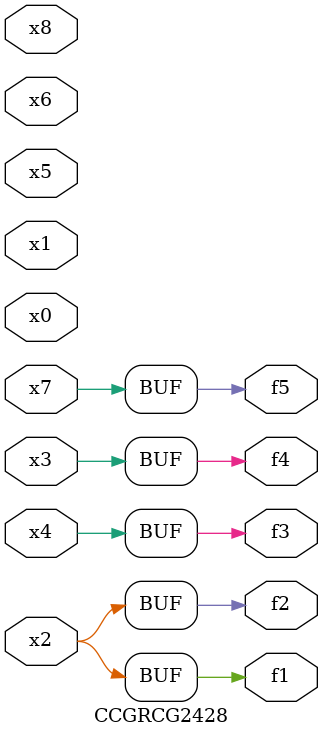
<source format=v>
module CCGRCG2428(
	input x0, x1, x2, x3, x4, x5, x6, x7, x8,
	output f1, f2, f3, f4, f5
);
	assign f1 = x2;
	assign f2 = x2;
	assign f3 = x4;
	assign f4 = x3;
	assign f5 = x7;
endmodule

</source>
